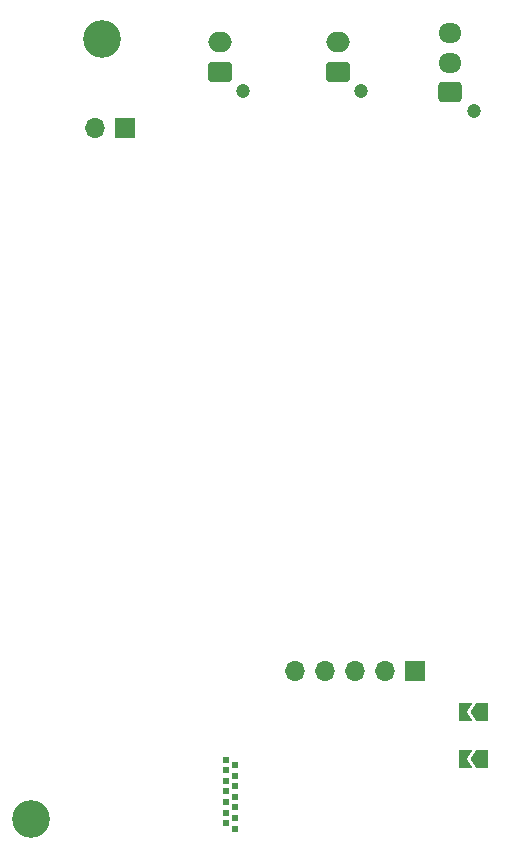
<source format=gbr>
%TF.GenerationSoftware,KiCad,Pcbnew,8.0.8*%
%TF.CreationDate,2025-01-17T17:15:23+08:00*%
%TF.ProjectId,The Button,54686520-4275-4747-946f-6e2e6b696361,rev?*%
%TF.SameCoordinates,Original*%
%TF.FileFunction,Soldermask,Bot*%
%TF.FilePolarity,Negative*%
%FSLAX46Y46*%
G04 Gerber Fmt 4.6, Leading zero omitted, Abs format (unit mm)*
G04 Created by KiCad (PCBNEW 8.0.8) date 2025-01-17 17:15:23*
%MOMM*%
%LPD*%
G01*
G04 APERTURE LIST*
G04 Aperture macros list*
%AMRoundRect*
0 Rectangle with rounded corners*
0 $1 Rounding radius*
0 $2 $3 $4 $5 $6 $7 $8 $9 X,Y pos of 4 corners*
0 Add a 4 corners polygon primitive as box body*
4,1,4,$2,$3,$4,$5,$6,$7,$8,$9,$2,$3,0*
0 Add four circle primitives for the rounded corners*
1,1,$1+$1,$2,$3*
1,1,$1+$1,$4,$5*
1,1,$1+$1,$6,$7*
1,1,$1+$1,$8,$9*
0 Add four rect primitives between the rounded corners*
20,1,$1+$1,$2,$3,$4,$5,0*
20,1,$1+$1,$4,$5,$6,$7,0*
20,1,$1+$1,$6,$7,$8,$9,0*
20,1,$1+$1,$8,$9,$2,$3,0*%
%AMFreePoly0*
4,1,6,1.000000,0.000000,0.500000,-0.750000,-0.500000,-0.750000,-0.500000,0.750000,0.500000,0.750000,1.000000,0.000000,1.000000,0.000000,$1*%
%AMFreePoly1*
4,1,6,0.500000,-0.750000,-0.650000,-0.750000,-0.150000,0.000000,-0.650000,0.750000,0.500000,0.750000,0.500000,-0.750000,0.500000,-0.750000,$1*%
G04 Aperture macros list end*
%ADD10FreePoly0,180.000000*%
%ADD11FreePoly1,180.000000*%
%ADD12C,3.200000*%
%ADD13R,1.700000X1.700000*%
%ADD14O,1.700000X1.700000*%
%ADD15C,1.200000*%
%ADD16RoundRect,0.250000X0.750000X-0.600000X0.750000X0.600000X-0.750000X0.600000X-0.750000X-0.600000X0*%
%ADD17O,2.000000X1.700000*%
%ADD18RoundRect,0.250000X0.725000X-0.600000X0.725000X0.600000X-0.725000X0.600000X-0.725000X-0.600000X0*%
%ADD19O,1.950000X1.700000*%
%ADD20C,0.609600*%
G04 APERTURE END LIST*
D10*
%TO.C,JP2*%
X192225000Y-85000000D03*
D11*
X190775000Y-85000000D03*
%TD*%
%TO.C,JP1*%
X190731908Y-88958646D03*
D10*
X192181908Y-88958646D03*
%TD*%
D12*
%TO.C,H2*%
X160000000Y-28000000D03*
%TD*%
D13*
%TO.C,J7*%
X162000000Y-35500000D03*
D14*
X159460000Y-35500000D03*
%TD*%
%TO.C,J5*%
X176390000Y-81500000D03*
X178930000Y-81500000D03*
X181470000Y-81500000D03*
X184010000Y-81500000D03*
D13*
X186550000Y-81500000D03*
%TD*%
D15*
%TO.C,J1*%
X171975000Y-32350000D03*
D16*
X169975000Y-30750000D03*
D17*
X169975000Y-28250000D03*
%TD*%
D12*
%TO.C,H1*%
X154000000Y-94000000D03*
%TD*%
D15*
%TO.C,J6*%
X191475000Y-34100000D03*
D18*
X189475000Y-32500000D03*
D19*
X189475000Y-30000000D03*
X189475000Y-27500000D03*
%TD*%
D20*
%TO.C,J2*%
X170500000Y-94399999D03*
X170500000Y-93499998D03*
X170500000Y-92600000D03*
X170500000Y-91699999D03*
X170500000Y-90799999D03*
X170500000Y-89900000D03*
X170500000Y-89000000D03*
X171280001Y-89450000D03*
X171280001Y-90350000D03*
X171280001Y-91249999D03*
X171280001Y-92149999D03*
X171280001Y-93050000D03*
X171280001Y-93949998D03*
X171280001Y-94849999D03*
%TD*%
D15*
%TO.C,J4*%
X181975000Y-32350000D03*
D16*
X179975000Y-30750000D03*
D17*
X179975000Y-28250000D03*
%TD*%
M02*

</source>
